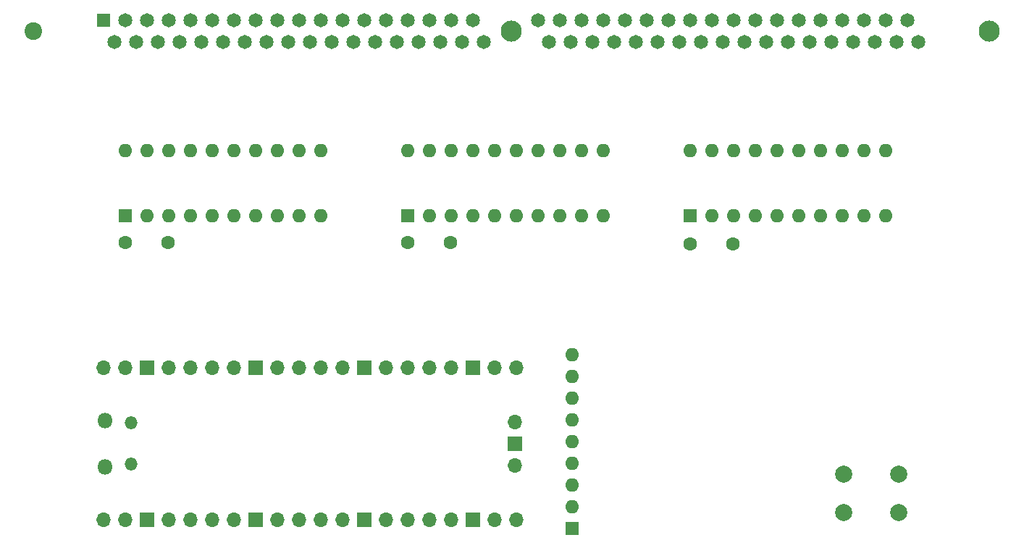
<source format=gbs>
G04 #@! TF.GenerationSoftware,KiCad,Pcbnew,7.0.9*
G04 #@! TF.CreationDate,2024-01-22T22:06:56+01:00*
G04 #@! TF.ProjectId,programmer,70726f67-7261-46d6-9d65-722e6b696361,A0*
G04 #@! TF.SameCoordinates,Original*
G04 #@! TF.FileFunction,Soldermask,Bot*
G04 #@! TF.FilePolarity,Negative*
%FSLAX46Y46*%
G04 Gerber Fmt 4.6, Leading zero omitted, Abs format (unit mm)*
G04 Created by KiCad (PCBNEW 7.0.9) date 2024-01-22 22:06:56*
%MOMM*%
%LPD*%
G01*
G04 APERTURE LIST*
%ADD10R,1.600000X1.600000*%
%ADD11O,1.600000X1.600000*%
%ADD12C,1.600000*%
%ADD13C,2.000000*%
%ADD14C,2.060000*%
%ADD15C,2.470000*%
%ADD16R,1.650000X1.650000*%
%ADD17C,1.650000*%
%ADD18O,1.800000X1.800000*%
%ADD19O,1.500000X1.500000*%
%ADD20O,1.700000X1.700000*%
%ADD21R,1.700000X1.700000*%
G04 APERTURE END LIST*
D10*
X160020000Y-116840000D03*
D11*
X160020000Y-114300000D03*
X160020000Y-111760000D03*
X160020000Y-109220000D03*
X160020000Y-106680000D03*
X160020000Y-104140000D03*
X160020000Y-101600000D03*
X160020000Y-99060000D03*
X160020000Y-96520000D03*
D10*
X140861051Y-80282051D03*
D11*
X143401051Y-80282051D03*
X145941051Y-80282051D03*
X148481051Y-80282051D03*
X151021051Y-80282051D03*
X153561051Y-80282051D03*
X156101051Y-80282051D03*
X158641051Y-80282051D03*
X161181051Y-80282051D03*
X163721051Y-80282051D03*
X163721051Y-72662051D03*
X161181051Y-72662051D03*
X158641051Y-72662051D03*
X156101051Y-72662051D03*
X153561051Y-72662051D03*
X151021051Y-72662051D03*
X148481051Y-72662051D03*
X145941051Y-72662051D03*
X143401051Y-72662051D03*
X140861051Y-72662051D03*
D10*
X107841051Y-80282051D03*
D11*
X110381051Y-80282051D03*
X112921051Y-80282051D03*
X115461051Y-80282051D03*
X118001051Y-80282051D03*
X120541051Y-80282051D03*
X123081051Y-80282051D03*
X125621051Y-80282051D03*
X128161051Y-80282051D03*
X130701051Y-80282051D03*
X130701051Y-72662051D03*
X128161051Y-72662051D03*
X125621051Y-72662051D03*
X123081051Y-72662051D03*
X120541051Y-72662051D03*
X118001051Y-72662051D03*
X115461051Y-72662051D03*
X112921051Y-72662051D03*
X110381051Y-72662051D03*
X107841051Y-72662051D03*
D12*
X107841051Y-83457051D03*
X112841051Y-83457051D03*
X140861051Y-83457051D03*
X145861051Y-83457051D03*
D13*
X191770000Y-110490000D03*
X198270000Y-110490000D03*
X191770000Y-114990000D03*
X198270000Y-114990000D03*
D10*
X173881051Y-80282051D03*
D11*
X176421051Y-80282051D03*
X178961051Y-80282051D03*
X181501051Y-80282051D03*
X184041051Y-80282051D03*
X186581051Y-80282051D03*
X189121051Y-80282051D03*
X191661051Y-80282051D03*
X194201051Y-80282051D03*
X196741051Y-80282051D03*
X196741051Y-72662051D03*
X194201051Y-72662051D03*
X191661051Y-72662051D03*
X189121051Y-72662051D03*
X186581051Y-72662051D03*
X184041051Y-72662051D03*
X181501051Y-72662051D03*
X178961051Y-72662051D03*
X176421051Y-72662051D03*
X173881051Y-72662051D03*
D12*
X173881051Y-83584051D03*
X178881051Y-83584051D03*
D14*
X97041051Y-58692051D03*
D15*
X152921051Y-58692051D03*
X208801051Y-58692051D03*
D16*
X105301051Y-57422051D03*
D17*
X106571051Y-59962051D03*
X107841051Y-57422051D03*
X109111051Y-59962051D03*
X110381051Y-57422051D03*
X111651051Y-59962051D03*
X112921051Y-57422051D03*
X114191051Y-59962051D03*
X115461051Y-57422051D03*
X116731051Y-59962051D03*
X118001051Y-57422051D03*
X119271051Y-59962051D03*
X120541051Y-57422051D03*
X121811051Y-59962051D03*
X123081051Y-57422051D03*
X124351051Y-59962051D03*
X125621051Y-57422051D03*
X126891051Y-59962051D03*
X128161051Y-57422051D03*
X129431051Y-59962051D03*
X130701051Y-57422051D03*
X131971051Y-59962051D03*
X133241051Y-57422051D03*
X134511051Y-59962051D03*
X135781051Y-57422051D03*
X137051051Y-59962051D03*
X138321051Y-57422051D03*
X139591051Y-59962051D03*
X140861051Y-57422051D03*
X142131051Y-59962051D03*
X143401051Y-57422051D03*
X144671051Y-59962051D03*
X145941051Y-57422051D03*
X147211051Y-59962051D03*
X148481051Y-57422051D03*
X149751051Y-59962051D03*
X156101051Y-57422051D03*
X157371051Y-59962051D03*
X158641051Y-57422051D03*
X159911051Y-59962051D03*
X161181051Y-57422051D03*
X162451051Y-59962051D03*
X163721051Y-57422051D03*
X164991051Y-59962051D03*
X166261051Y-57422051D03*
X167531051Y-59962051D03*
X168801051Y-57422051D03*
X170071051Y-59962051D03*
X171341051Y-57422051D03*
X172611051Y-59962051D03*
X173881051Y-57422051D03*
X175151051Y-59962051D03*
X176421051Y-57422051D03*
X177691051Y-59962051D03*
X178961051Y-57422051D03*
X180231051Y-59962051D03*
X181501051Y-57422051D03*
X182771051Y-59962051D03*
X184041051Y-57422051D03*
X185311051Y-59962051D03*
X186581051Y-57422051D03*
X187851051Y-59962051D03*
X189121051Y-57422051D03*
X190391051Y-59962051D03*
X191661051Y-57422051D03*
X192931051Y-59962051D03*
X194201051Y-57422051D03*
X195471051Y-59962051D03*
X196741051Y-57422051D03*
X198011051Y-59962051D03*
X199281051Y-57422051D03*
X200551051Y-59962051D03*
D18*
X105431051Y-109677051D03*
D19*
X108461051Y-109377051D03*
X108461051Y-104527051D03*
D18*
X105431051Y-104227051D03*
D20*
X105301051Y-115842051D03*
X107841051Y-115842051D03*
D21*
X110381051Y-115842051D03*
D20*
X112921051Y-115842051D03*
X115461051Y-115842051D03*
X118001051Y-115842051D03*
X120541051Y-115842051D03*
D21*
X123081051Y-115842051D03*
D20*
X125621051Y-115842051D03*
X128161051Y-115842051D03*
X130701051Y-115842051D03*
X133241051Y-115842051D03*
D21*
X135781051Y-115842051D03*
D20*
X138321051Y-115842051D03*
X140861051Y-115842051D03*
X143401051Y-115842051D03*
X145941051Y-115842051D03*
D21*
X148481051Y-115842051D03*
D20*
X151021051Y-115842051D03*
X153561051Y-115842051D03*
X153561051Y-98062051D03*
X151021051Y-98062051D03*
D21*
X148481051Y-98062051D03*
D20*
X145941051Y-98062051D03*
X143401051Y-98062051D03*
X140861051Y-98062051D03*
X138321051Y-98062051D03*
D21*
X135781051Y-98062051D03*
D20*
X133241051Y-98062051D03*
X130701051Y-98062051D03*
X128161051Y-98062051D03*
X125621051Y-98062051D03*
D21*
X123081051Y-98062051D03*
D20*
X120541051Y-98062051D03*
X118001051Y-98062051D03*
X115461051Y-98062051D03*
X112921051Y-98062051D03*
D21*
X110381051Y-98062051D03*
D20*
X107841051Y-98062051D03*
X105301051Y-98062051D03*
X153331051Y-109492051D03*
D21*
X153331051Y-106952051D03*
D20*
X153331051Y-104412051D03*
M02*

</source>
